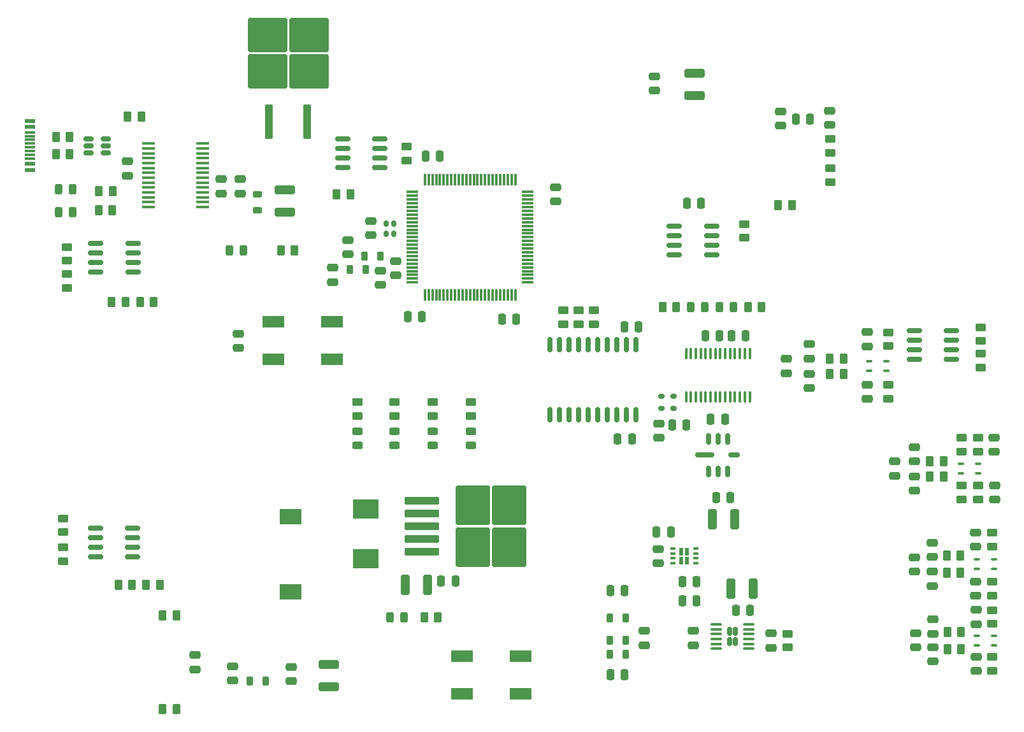
<source format=gtp>
G04 #@! TF.GenerationSoftware,KiCad,Pcbnew,8.0.4*
G04 #@! TF.CreationDate,2024-09-09T14:24:52+09:00*
G04 #@! TF.ProjectId,Solid Rocket Motor Test Station,536f6c69-6420-4526-9f63-6b6574204d6f,1.0*
G04 #@! TF.SameCoordinates,Original*
G04 #@! TF.FileFunction,Paste,Top*
G04 #@! TF.FilePolarity,Positive*
%FSLAX46Y46*%
G04 Gerber Fmt 4.6, Leading zero omitted, Abs format (unit mm)*
G04 Created by KiCad (PCBNEW 8.0.4) date 2024-09-09 14:24:52*
%MOMM*%
%LPD*%
G01*
G04 APERTURE LIST*
G04 Aperture macros list*
%AMRoundRect*
0 Rectangle with rounded corners*
0 $1 Rounding radius*
0 $2 $3 $4 $5 $6 $7 $8 $9 X,Y pos of 4 corners*
0 Add a 4 corners polygon primitive as box body*
4,1,4,$2,$3,$4,$5,$6,$7,$8,$9,$2,$3,0*
0 Add four circle primitives for the rounded corners*
1,1,$1+$1,$2,$3*
1,1,$1+$1,$4,$5*
1,1,$1+$1,$6,$7*
1,1,$1+$1,$8,$9*
0 Add four rect primitives between the rounded corners*
20,1,$1+$1,$2,$3,$4,$5,0*
20,1,$1+$1,$4,$5,$6,$7,0*
20,1,$1+$1,$6,$7,$8,$9,0*
20,1,$1+$1,$8,$9,$2,$3,0*%
G04 Aperture macros list end*
%ADD10RoundRect,0.250000X0.250000X0.475000X-0.250000X0.475000X-0.250000X-0.475000X0.250000X-0.475000X0*%
%ADD11RoundRect,0.250000X-0.475000X0.250000X-0.475000X-0.250000X0.475000X-0.250000X0.475000X0.250000X0*%
%ADD12RoundRect,0.250000X-0.450000X0.262500X-0.450000X-0.262500X0.450000X-0.262500X0.450000X0.262500X0*%
%ADD13RoundRect,0.250000X0.262500X0.450000X-0.262500X0.450000X-0.262500X-0.450000X0.262500X-0.450000X0*%
%ADD14RoundRect,0.250000X1.100000X-0.325000X1.100000X0.325000X-1.100000X0.325000X-1.100000X-0.325000X0*%
%ADD15RoundRect,0.150000X-0.825000X-0.150000X0.825000X-0.150000X0.825000X0.150000X-0.825000X0.150000X0*%
%ADD16RoundRect,0.250000X0.450000X-0.262500X0.450000X0.262500X-0.450000X0.262500X-0.450000X-0.262500X0*%
%ADD17RoundRect,0.250000X0.475000X-0.250000X0.475000X0.250000X-0.475000X0.250000X-0.475000X-0.250000X0*%
%ADD18RoundRect,0.218750X-0.218750X-0.381250X0.218750X-0.381250X0.218750X0.381250X-0.218750X0.381250X0*%
%ADD19RoundRect,0.243750X0.456250X-0.243750X0.456250X0.243750X-0.456250X0.243750X-0.456250X-0.243750X0*%
%ADD20RoundRect,0.250000X0.325000X1.100000X-0.325000X1.100000X-0.325000X-1.100000X0.325000X-1.100000X0*%
%ADD21RoundRect,0.167500X-0.167500X-0.407500X0.167500X-0.407500X0.167500X0.407500X-0.167500X0.407500X0*%
%ADD22RoundRect,0.100000X-0.625000X-0.100000X0.625000X-0.100000X0.625000X0.100000X-0.625000X0.100000X0*%
%ADD23R,3.000000X1.524000*%
%ADD24RoundRect,0.150000X-0.512500X-0.150000X0.512500X-0.150000X0.512500X0.150000X-0.512500X0.150000X0*%
%ADD25RoundRect,0.150000X0.825000X0.150000X-0.825000X0.150000X-0.825000X-0.150000X0.825000X-0.150000X0*%
%ADD26RoundRect,0.150000X-0.150000X0.875000X-0.150000X-0.875000X0.150000X-0.875000X0.150000X0.875000X0*%
%ADD27RoundRect,0.243750X0.243750X0.456250X-0.243750X0.456250X-0.243750X-0.456250X0.243750X-0.456250X0*%
%ADD28RoundRect,0.250000X-0.250000X-0.475000X0.250000X-0.475000X0.250000X0.475000X-0.250000X0.475000X0*%
%ADD29R,1.450000X0.600000*%
%ADD30R,1.450000X0.300000*%
%ADD31RoundRect,0.100000X0.300000X0.100000X-0.300000X0.100000X-0.300000X-0.100000X0.300000X-0.100000X0*%
%ADD32RoundRect,0.250000X-0.262500X-0.450000X0.262500X-0.450000X0.262500X0.450000X-0.262500X0.450000X0*%
%ADD33RoundRect,0.243750X-0.243750X-0.456250X0.243750X-0.456250X0.243750X0.456250X-0.243750X0.456250X0*%
%ADD34RoundRect,0.100000X-0.100000X0.637500X-0.100000X-0.637500X0.100000X-0.637500X0.100000X0.637500X0*%
%ADD35RoundRect,0.218750X-0.381250X0.218750X-0.381250X-0.218750X0.381250X-0.218750X0.381250X0.218750X0*%
%ADD36RoundRect,0.175000X-0.175000X0.225000X-0.175000X-0.225000X0.175000X-0.225000X0.175000X0.225000X0*%
%ADD37RoundRect,0.175000X0.175000X0.575000X-0.175000X0.575000X-0.175000X-0.575000X0.175000X-0.575000X0*%
%ADD38RoundRect,0.175000X0.575000X0.175000X-0.575000X0.175000X-0.575000X-0.175000X0.575000X-0.175000X0*%
%ADD39RoundRect,0.175000X0.175000X-0.575000X0.175000X0.575000X-0.175000X0.575000X-0.175000X-0.575000X0*%
%ADD40RoundRect,0.175000X1.075000X0.175000X-1.075000X0.175000X-1.075000X-0.175000X1.075000X-0.175000X0*%
%ADD41RoundRect,0.250000X0.300000X-2.050000X0.300000X2.050000X-0.300000X2.050000X-0.300000X-2.050000X0*%
%ADD42RoundRect,0.250000X2.375000X-2.025000X2.375000X2.025000X-2.375000X2.025000X-2.375000X-2.025000X0*%
%ADD43R,0.600000X1.000000*%
%ADD44R,0.650000X0.350000*%
%ADD45RoundRect,0.250000X-0.325000X-1.100000X0.325000X-1.100000X0.325000X1.100000X-0.325000X1.100000X0*%
%ADD46RoundRect,0.075000X-0.725000X-0.075000X0.725000X-0.075000X0.725000X0.075000X-0.725000X0.075000X0*%
%ADD47RoundRect,0.075000X-0.075000X-0.725000X0.075000X-0.725000X0.075000X0.725000X-0.075000X0.725000X0*%
%ADD48RoundRect,0.250000X-1.100000X0.325000X-1.100000X-0.325000X1.100000X-0.325000X1.100000X0.325000X0*%
%ADD49R,1.750000X0.450000*%
%ADD50R,3.500000X2.500000*%
%ADD51RoundRect,0.250000X-2.050000X-0.300000X2.050000X-0.300000X2.050000X0.300000X-2.050000X0.300000X0*%
%ADD52RoundRect,0.250000X-2.025000X-2.375000X2.025000X-2.375000X2.025000X2.375000X-2.025000X2.375000X0*%
%ADD53RoundRect,0.162500X0.262500X-0.162500X0.262500X0.162500X-0.262500X0.162500X-0.262500X-0.162500X0*%
%ADD54RoundRect,0.218750X0.218750X0.381250X-0.218750X0.381250X-0.218750X-0.381250X0.218750X-0.381250X0*%
%ADD55R,3.000000X2.000000*%
G04 APERTURE END LIST*
D10*
X146034800Y-96735000D03*
X144134800Y-96735000D03*
D11*
X205193000Y-105823000D03*
X205193000Y-107723000D03*
X175545000Y-138531000D03*
X175545000Y-140431000D03*
D12*
X147431800Y-108141500D03*
X147431800Y-109966500D03*
D13*
X111170000Y-132416000D03*
X109345000Y-132416000D03*
D14*
X127823000Y-82892000D03*
X127823000Y-79942000D03*
D12*
X98345000Y-123591000D03*
X98345000Y-125416000D03*
D15*
X102645000Y-124896000D03*
X102645000Y-126166000D03*
X102645000Y-127436000D03*
X102645000Y-128706000D03*
X107595000Y-128706000D03*
X107595000Y-127436000D03*
X107595000Y-126166000D03*
X107595000Y-124896000D03*
D12*
X144006600Y-74180200D03*
X144006600Y-76005200D03*
D16*
X219895000Y-121043000D03*
X219895000Y-119218000D03*
D11*
X194445400Y-102373200D03*
X194445400Y-104273200D03*
D17*
X211445000Y-115988000D03*
X211445000Y-114088000D03*
D18*
X170955700Y-139810000D03*
X173080700Y-139810000D03*
D19*
X147431800Y-113880000D03*
X147431800Y-112005000D03*
D20*
X146777200Y-132376400D03*
X143827200Y-132376400D03*
D11*
X163813000Y-79564000D03*
X163813000Y-81464000D03*
D12*
X98345000Y-127416000D03*
X98345000Y-129241000D03*
D13*
X191166800Y-95465000D03*
X189341800Y-95465000D03*
D11*
X121645000Y-99056000D03*
X121645000Y-100956000D03*
X193715600Y-69511200D03*
X193715600Y-71411200D03*
X182045000Y-138531000D03*
X182045000Y-140431000D03*
D21*
X186885000Y-138571000D03*
X186885000Y-139991000D03*
X187705000Y-138571000D03*
X187705000Y-139991000D03*
D22*
X185145000Y-137656000D03*
X185145000Y-138306000D03*
X185145000Y-138956000D03*
X185145000Y-139606000D03*
X185145000Y-140256000D03*
X185145000Y-140906000D03*
X189445000Y-140906000D03*
X189445000Y-140256000D03*
X189445000Y-139606000D03*
X189445000Y-138956000D03*
X189445000Y-138306000D03*
X189445000Y-137656000D03*
D11*
X222065000Y-112828000D03*
X222065000Y-114728000D03*
D12*
X98870000Y-87536000D03*
X98870000Y-89361000D03*
D11*
X219595000Y-131993000D03*
X219595000Y-133893000D03*
D23*
X126245000Y-102456000D03*
X134045000Y-102456000D03*
X126245000Y-97456000D03*
X134045000Y-97456000D03*
D12*
X207987000Y-98852000D03*
X207987000Y-100677000D03*
D11*
X219670000Y-141978000D03*
X219670000Y-143878000D03*
D24*
X101742700Y-73128200D03*
X101742700Y-74078200D03*
X101742700Y-75028200D03*
X104017700Y-75028200D03*
X104017700Y-74078200D03*
X104017700Y-73128200D03*
D12*
X152511800Y-108141500D03*
X152511800Y-109966500D03*
D17*
X121893000Y-80397800D03*
X121893000Y-78497800D03*
X192424600Y-140773000D03*
X192424600Y-138873000D03*
D25*
X140450600Y-76970400D03*
X140450600Y-75700400D03*
X140450600Y-74430400D03*
X140450600Y-73160400D03*
X135500600Y-73160400D03*
X135500600Y-74430400D03*
X135500600Y-75700400D03*
X135500600Y-76970400D03*
D17*
X128645000Y-145206000D03*
X128645000Y-143306000D03*
D26*
X174476000Y-100490000D03*
X173206000Y-100490000D03*
X171936000Y-100490000D03*
X170666000Y-100490000D03*
X169396000Y-100490000D03*
X168126000Y-100490000D03*
X166856000Y-100490000D03*
X165586000Y-100490000D03*
X164316000Y-100490000D03*
X163046000Y-100490000D03*
X163046000Y-109790000D03*
X164316000Y-109790000D03*
X165586000Y-109790000D03*
X166856000Y-109790000D03*
X168126000Y-109790000D03*
X169396000Y-109790000D03*
X170666000Y-109790000D03*
X171936000Y-109790000D03*
X173206000Y-109790000D03*
X174476000Y-109790000D03*
D19*
X137489300Y-113880000D03*
X137489300Y-112005000D03*
D17*
X177462500Y-129547000D03*
X177462500Y-127647000D03*
D27*
X99585000Y-82914000D03*
X97710000Y-82914000D03*
D11*
X106918800Y-76140600D03*
X106918800Y-78040600D03*
D13*
X113395000Y-148956000D03*
X111570000Y-148956000D03*
D11*
X177478200Y-110953400D03*
X177478200Y-112853400D03*
D16*
X217745000Y-114678000D03*
X217745000Y-112853000D03*
D28*
X148573000Y-131876400D03*
X150473000Y-131876400D03*
D11*
X140479000Y-90666000D03*
X140479000Y-92566000D03*
D29*
X93926000Y-70772000D03*
X93926000Y-71572000D03*
D30*
X93926000Y-72772000D03*
X93926000Y-73772000D03*
X93926000Y-74272000D03*
X93926000Y-75272000D03*
D29*
X93926000Y-76472000D03*
X93926000Y-77272000D03*
X93926000Y-77272000D03*
X93926000Y-76472000D03*
D30*
X93926000Y-75772000D03*
X93926000Y-74772000D03*
X93926000Y-73272000D03*
X93926000Y-72272000D03*
D29*
X93926000Y-71572000D03*
X93926000Y-70772000D03*
D12*
X98870000Y-91111000D03*
X98870000Y-92936000D03*
D10*
X186276000Y-110370000D03*
X184376000Y-110370000D03*
D28*
X187721200Y-135800200D03*
X189621200Y-135800200D03*
D17*
X219595000Y-127368000D03*
X219595000Y-125468000D03*
D31*
X207747000Y-103979000D03*
X207747000Y-102679000D03*
X205447000Y-102679000D03*
X205447000Y-103979000D03*
D32*
X97395700Y-72909800D03*
X99220700Y-72909800D03*
X215757500Y-130843000D03*
X217582500Y-130843000D03*
D13*
X104894000Y-82660000D03*
X103069000Y-82660000D03*
X148161800Y-136744200D03*
X146336800Y-136744200D03*
D17*
X120895002Y-145156000D03*
X120895002Y-143256000D03*
D28*
X172916000Y-98100000D03*
X174816000Y-98100000D03*
D33*
X141746800Y-136740000D03*
X143621800Y-136740000D03*
D32*
X134684800Y-80479000D03*
X136509800Y-80479000D03*
D12*
X194599600Y-138910500D03*
X194599600Y-140735500D03*
D32*
X215820000Y-138693000D03*
X217645000Y-138693000D03*
D12*
X168866000Y-95957500D03*
X168866000Y-97782500D03*
D16*
X200319600Y-78875000D03*
X200319600Y-77050000D03*
D11*
X211420000Y-128743000D03*
X211420000Y-130643000D03*
D10*
X197596800Y-70496800D03*
X195696800Y-70496800D03*
D32*
X213520000Y-115988000D03*
X215345000Y-115988000D03*
D19*
X142351800Y-113880000D03*
X142351800Y-112005000D03*
D12*
X219935000Y-112858000D03*
X219935000Y-114683000D03*
D34*
X189571000Y-101717500D03*
X188921000Y-101717500D03*
X188271000Y-101717500D03*
X187621000Y-101717500D03*
X186971000Y-101717500D03*
X186321000Y-101717500D03*
X185671000Y-101717500D03*
X185021000Y-101717500D03*
X184371000Y-101717500D03*
X183721000Y-101717500D03*
X183071000Y-101717500D03*
X182421000Y-101717500D03*
X181771000Y-101717500D03*
X181121000Y-101717500D03*
X181121000Y-107442500D03*
X181771000Y-107442500D03*
X182421000Y-107442500D03*
X183071000Y-107442500D03*
X183721000Y-107442500D03*
X184371000Y-107442500D03*
X185021000Y-107442500D03*
X185671000Y-107442500D03*
X186321000Y-107442500D03*
X186971000Y-107442500D03*
X187621000Y-107442500D03*
X188271000Y-107442500D03*
X188921000Y-107442500D03*
X189571000Y-107442500D03*
D31*
X222070000Y-130318000D03*
X222070000Y-129018000D03*
X219770000Y-129018000D03*
X219770000Y-130318000D03*
D17*
X119353000Y-80397800D03*
X119353000Y-78497800D03*
D35*
X124179000Y-80483300D03*
X124179000Y-82608300D03*
D28*
X172044400Y-113041800D03*
X173944400Y-113041800D03*
D17*
X222085000Y-121098000D03*
X222085000Y-119198000D03*
D16*
X207987000Y-107685500D03*
X207987000Y-105860500D03*
D28*
X146503800Y-75395600D03*
X148403800Y-75395600D03*
D17*
X213885000Y-138893000D03*
X213885000Y-136993000D03*
D36*
X141257000Y-84438000D03*
X141257000Y-85738000D03*
X142257000Y-85738000D03*
X142257000Y-84438000D03*
D37*
X184076000Y-117320000D03*
X185346000Y-117320000D03*
X186616000Y-117320000D03*
D38*
X187496000Y-115170000D03*
D39*
X186616000Y-113020000D03*
X185346000Y-113020000D03*
X184076000Y-113020000D03*
D40*
X183596000Y-115170000D03*
D10*
X172975000Y-133156000D03*
X171075000Y-133156000D03*
D41*
X125718600Y-70880400D03*
D42*
X125483600Y-64155400D03*
X131033600Y-64155400D03*
X125483600Y-59305400D03*
X131033600Y-59305400D03*
D41*
X130798600Y-70880400D03*
D10*
X182532800Y-134499200D03*
X180632800Y-134499200D03*
D17*
X197499500Y-102339000D03*
X197499500Y-100439000D03*
D33*
X185531800Y-95465000D03*
X187406800Y-95465000D03*
D10*
X158580800Y-97138000D03*
X156680800Y-97138000D03*
D12*
X188833800Y-84472500D03*
X188833800Y-86297500D03*
D17*
X200167200Y-71309600D03*
X200167200Y-69409600D03*
D13*
X106620000Y-94861000D03*
X104795000Y-94861000D03*
D17*
X213885000Y-142613000D03*
X213885000Y-140713000D03*
D31*
X219905000Y-117618000D03*
X219905000Y-116318000D03*
X217605000Y-116318000D03*
X217605000Y-117618000D03*
D43*
X180497500Y-127971000D03*
X180497500Y-129171000D03*
X181272500Y-127971000D03*
X181272500Y-129171000D03*
D44*
X179335000Y-127596000D03*
X179335000Y-128246000D03*
X179335000Y-128896000D03*
X179335000Y-129546000D03*
X182435000Y-129546000D03*
X182435000Y-128896000D03*
X182435000Y-128246000D03*
X182435000Y-127596000D03*
D25*
X216369000Y-102455000D03*
X216369000Y-101185000D03*
X216369000Y-99915000D03*
X216369000Y-98645000D03*
X211419000Y-98645000D03*
X211419000Y-99915000D03*
X211419000Y-101185000D03*
X211419000Y-102455000D03*
D16*
X221770000Y-143818000D03*
X221770000Y-141993000D03*
D32*
X200213000Y-104373000D03*
X202038000Y-104373000D03*
D45*
X184615600Y-123678800D03*
X187565600Y-123678800D03*
D46*
X144742000Y-80216000D03*
X144742000Y-80716000D03*
X144742000Y-81216000D03*
X144742000Y-81716000D03*
X144742000Y-82216000D03*
X144742000Y-82716000D03*
X144742000Y-83216000D03*
X144742000Y-83716000D03*
X144742000Y-84216000D03*
X144742000Y-84716000D03*
X144742000Y-85216000D03*
X144742000Y-85716000D03*
X144742000Y-86216000D03*
X144742000Y-86716000D03*
X144742000Y-87216000D03*
X144742000Y-87716000D03*
X144742000Y-88216000D03*
X144742000Y-88716000D03*
X144742000Y-89216000D03*
X144742000Y-89716000D03*
X144742000Y-90216000D03*
X144742000Y-90716000D03*
X144742000Y-91216000D03*
X144742000Y-91716000D03*
X144742000Y-92216000D03*
D47*
X146417000Y-93891000D03*
X146917000Y-93891000D03*
X147417000Y-93891000D03*
X147917000Y-93891000D03*
X148417000Y-93891000D03*
X148917000Y-93891000D03*
X149417000Y-93891000D03*
X149917000Y-93891000D03*
X150417000Y-93891000D03*
X150917000Y-93891000D03*
X151417000Y-93891000D03*
X151917000Y-93891000D03*
X152417000Y-93891000D03*
X152917000Y-93891000D03*
X153417000Y-93891000D03*
X153917000Y-93891000D03*
X154417000Y-93891000D03*
X154917000Y-93891000D03*
X155417000Y-93891000D03*
X155917000Y-93891000D03*
X156417000Y-93891000D03*
X156917000Y-93891000D03*
X157417000Y-93891000D03*
X157917000Y-93891000D03*
X158417000Y-93891000D03*
D46*
X160092000Y-92216000D03*
X160092000Y-91716000D03*
X160092000Y-91216000D03*
X160092000Y-90716000D03*
X160092000Y-90216000D03*
X160092000Y-89716000D03*
X160092000Y-89216000D03*
X160092000Y-88716000D03*
X160092000Y-88216000D03*
X160092000Y-87716000D03*
X160092000Y-87216000D03*
X160092000Y-86716000D03*
X160092000Y-86216000D03*
X160092000Y-85716000D03*
X160092000Y-85216000D03*
X160092000Y-84716000D03*
X160092000Y-84216000D03*
X160092000Y-83716000D03*
X160092000Y-83216000D03*
X160092000Y-82716000D03*
X160092000Y-82216000D03*
X160092000Y-81716000D03*
X160092000Y-81216000D03*
X160092000Y-80716000D03*
X160092000Y-80216000D03*
D47*
X158417000Y-78541000D03*
X157917000Y-78541000D03*
X157417000Y-78541000D03*
X156917000Y-78541000D03*
X156417000Y-78541000D03*
X155917000Y-78541000D03*
X155417000Y-78541000D03*
X154917000Y-78541000D03*
X154417000Y-78541000D03*
X153917000Y-78541000D03*
X153417000Y-78541000D03*
X152917000Y-78541000D03*
X152417000Y-78541000D03*
X151917000Y-78541000D03*
X151417000Y-78541000D03*
X150917000Y-78541000D03*
X150417000Y-78541000D03*
X149917000Y-78541000D03*
X149417000Y-78541000D03*
X148917000Y-78541000D03*
X148417000Y-78541000D03*
X147917000Y-78541000D03*
X147417000Y-78541000D03*
X146917000Y-78541000D03*
X146417000Y-78541000D03*
D48*
X182234800Y-64410000D03*
X182234800Y-67360000D03*
D13*
X129096000Y-87994000D03*
X127271000Y-87994000D03*
D12*
X220244000Y-98179000D03*
X220244000Y-100004000D03*
X137489300Y-108141500D03*
X137489300Y-109966500D03*
X164846000Y-95960000D03*
X164846000Y-97785000D03*
D17*
X115895000Y-143656000D03*
X115895000Y-141756000D03*
D28*
X180632800Y-131959200D03*
X182532800Y-131959200D03*
D13*
X104919000Y-80120000D03*
X103094000Y-80120000D03*
D10*
X189026000Y-99270000D03*
X187126000Y-99270000D03*
D32*
X200213000Y-102341000D03*
X202038000Y-102341000D03*
D14*
X133645000Y-145956000D03*
X133645000Y-143006000D03*
D15*
X102670000Y-87051000D03*
X102670000Y-88321000D03*
X102670000Y-89591000D03*
X102670000Y-90861000D03*
X107620000Y-90861000D03*
X107620000Y-89591000D03*
X107620000Y-88321000D03*
X107620000Y-87051000D03*
D17*
X213820000Y-132543000D03*
X213820000Y-130643000D03*
D20*
X190045000Y-132931000D03*
X187095000Y-132931000D03*
D11*
X211585000Y-138853000D03*
X211585000Y-140753000D03*
D12*
X220244000Y-101688000D03*
X220244000Y-103513000D03*
D17*
X219670000Y-137628000D03*
X219670000Y-135728000D03*
D15*
X179565800Y-84773500D03*
X179565800Y-86043500D03*
X179565800Y-87313500D03*
X179565800Y-88583500D03*
X184515800Y-88583500D03*
X184515800Y-87313500D03*
X184515800Y-86043500D03*
X184515800Y-84773500D03*
D18*
X138354000Y-88756000D03*
X140479000Y-88756000D03*
D49*
X116857000Y-82214800D03*
X116857000Y-81564800D03*
X116857000Y-80914800D03*
X116857000Y-80264800D03*
X116857000Y-79614800D03*
X116857000Y-78964800D03*
X116857000Y-78314800D03*
X116857000Y-77664800D03*
X116857000Y-77014800D03*
X116857000Y-76364800D03*
X116857000Y-75714800D03*
X116857000Y-75064800D03*
X116857000Y-74414800D03*
X116857000Y-73764800D03*
X109657000Y-73764800D03*
X109657000Y-74414800D03*
X109657000Y-75064800D03*
X109657000Y-75714800D03*
X109657000Y-76364800D03*
X109657000Y-77014800D03*
X109657000Y-77664800D03*
X109657000Y-78314800D03*
X109657000Y-78964800D03*
X109657000Y-79614800D03*
X109657000Y-80264800D03*
X109657000Y-80914800D03*
X109657000Y-81564800D03*
X109657000Y-82214800D03*
D19*
X152511800Y-113880000D03*
X152511800Y-112005000D03*
D11*
X134129000Y-90280000D03*
X134129000Y-92180000D03*
D17*
X211445000Y-119888000D03*
X211445000Y-117988000D03*
X205193000Y-100714500D03*
X205193000Y-98814500D03*
D13*
X195185000Y-81977600D03*
X193360000Y-81977600D03*
D32*
X111570000Y-136456000D03*
X113395000Y-136456000D03*
D27*
X183596800Y-95465000D03*
X181721800Y-95465000D03*
D12*
X221770000Y-125493000D03*
X221770000Y-127318000D03*
D17*
X213820000Y-128718000D03*
X213820000Y-126818000D03*
D32*
X213520000Y-117988000D03*
X215345000Y-117988000D03*
D28*
X179286000Y-111202400D03*
X181186000Y-111202400D03*
D12*
X166856000Y-95960000D03*
X166856000Y-97785000D03*
D32*
X106904000Y-70214000D03*
X108729000Y-70214000D03*
D11*
X136161000Y-86602000D03*
X136161000Y-88502000D03*
D32*
X215757500Y-128518000D03*
X217582500Y-128518000D03*
D12*
X142351800Y-108141500D03*
X142351800Y-109966500D03*
D17*
X142511000Y-91296000D03*
X142511000Y-89396000D03*
D28*
X177208500Y-125361000D03*
X179108500Y-125361000D03*
D32*
X177991800Y-95465000D03*
X179816800Y-95465000D03*
D13*
X110370000Y-94861000D03*
X108545000Y-94861000D03*
D12*
X221770000Y-135788000D03*
X221770000Y-137613000D03*
D27*
X99585000Y-79874000D03*
X97710000Y-79874000D03*
D18*
X170952200Y-136790800D03*
X173077200Y-136790800D03*
D32*
X97395700Y-75195800D03*
X99220700Y-75195800D03*
X215822500Y-140933000D03*
X217647500Y-140933000D03*
D50*
X138552200Y-122320400D03*
X138552200Y-128924400D03*
D51*
X146027200Y-121226400D03*
X146027200Y-122926400D03*
X146027200Y-124626400D03*
D52*
X152752200Y-121851400D03*
X152752200Y-127401400D03*
X157602200Y-121851400D03*
X157602200Y-127401400D03*
D51*
X146027200Y-126326400D03*
X146027200Y-128026400D03*
D53*
X177884000Y-108996600D03*
X177884000Y-107346600D03*
X179434000Y-107346600D03*
X179434000Y-108996600D03*
D33*
X120413000Y-87994000D03*
X122288000Y-87994000D03*
D11*
X139209000Y-84062000D03*
X139209000Y-85962000D03*
D23*
X159111000Y-141882000D03*
X151311000Y-141882000D03*
X159111000Y-146882000D03*
X151311000Y-146882000D03*
D31*
X222070000Y-140453000D03*
X222070000Y-139153000D03*
X219770000Y-139153000D03*
X219770000Y-140453000D03*
D16*
X221770000Y-133843000D03*
X221770000Y-132018000D03*
D12*
X217725000Y-119223000D03*
X217725000Y-121048000D03*
D10*
X172975000Y-144360000D03*
X171075000Y-144360000D03*
D18*
X170956500Y-141667600D03*
X173081500Y-141667600D03*
D10*
X183113800Y-81725500D03*
X181213800Y-81725500D03*
D13*
X107507500Y-132416000D03*
X105682500Y-132416000D03*
D54*
X138540000Y-90534000D03*
X136415000Y-90534000D03*
D18*
X123145000Y-145206000D03*
X125270000Y-145206000D03*
D10*
X185556000Y-99270000D03*
X183656000Y-99270000D03*
D17*
X197509500Y-106269000D03*
X197509500Y-104369000D03*
D16*
X200319600Y-75014200D03*
X200319600Y-73189200D03*
D11*
X208795000Y-116013000D03*
X208795000Y-117913000D03*
D28*
X185120600Y-120788800D03*
X187020600Y-120788800D03*
D11*
X176951600Y-64846800D03*
X176951600Y-66746800D03*
D55*
X128552200Y-123376400D03*
X128552200Y-133376400D03*
M02*

</source>
